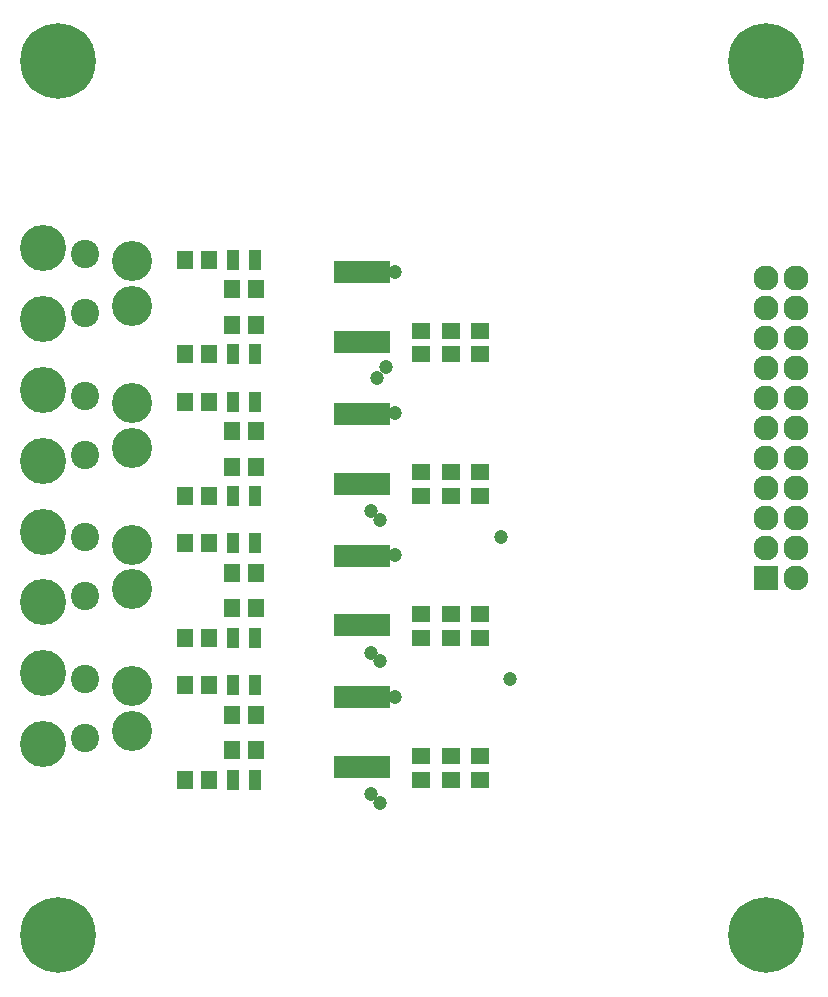
<source format=gbr>
G04 #@! TF.FileFunction,Soldermask,Top*
%FSLAX46Y46*%
G04 Gerber Fmt 4.6, Leading zero omitted, Abs format (unit mm)*
G04 Created by KiCad (PCBNEW 4.0.1-stable) date 12.01.2016 22:18:14*
%MOMM*%
G01*
G04 APERTURE LIST*
%ADD10C,0.100000*%
%ADD11R,2.127200X2.127200*%
%ADD12O,2.127200X2.127200*%
%ADD13R,0.850000X1.850000*%
%ADD14C,6.400000*%
%ADD15R,1.650000X1.400000*%
%ADD16R,1.400000X1.650000*%
%ADD17C,3.400000*%
%ADD18C,2.400000*%
%ADD19C,3.900000*%
%ADD20R,1.100000X1.700000*%
%ADD21C,1.200000*%
G04 APERTURE END LIST*
D10*
D11*
X65200000Y-48950000D03*
D12*
X67740000Y-48950000D03*
X65200000Y-46410000D03*
X67740000Y-46410000D03*
X65200000Y-43870000D03*
X67740000Y-43870000D03*
X65200000Y-41330000D03*
X67740000Y-41330000D03*
X65200000Y-38790000D03*
X67740000Y-38790000D03*
X65200000Y-36250000D03*
X67740000Y-36250000D03*
X65200000Y-33710000D03*
X67740000Y-33710000D03*
X65200000Y-31170000D03*
X67740000Y-31170000D03*
X65200000Y-28630000D03*
X67740000Y-28630000D03*
X65200000Y-26090000D03*
X67740000Y-26090000D03*
X65200000Y-23550000D03*
X67740000Y-23550000D03*
D13*
X29050000Y-52950000D03*
X29700000Y-52950000D03*
X30350000Y-52950000D03*
X31000000Y-52950000D03*
X31650000Y-52950000D03*
X32300000Y-52950000D03*
X32950000Y-52950000D03*
X32950000Y-47050000D03*
X32300000Y-47050000D03*
X31650000Y-47050000D03*
X31000000Y-47050000D03*
X30350000Y-47050000D03*
X29700000Y-47050000D03*
X29050000Y-47050000D03*
D14*
X5200000Y-79200000D03*
X65200000Y-79200000D03*
X65200000Y-5200000D03*
X5200000Y-5200000D03*
D15*
X36000000Y-28000000D03*
X36000000Y-30000000D03*
X36000000Y-40000000D03*
X36000000Y-42000000D03*
X36000000Y-64000000D03*
X36000000Y-66000000D03*
X36000000Y-52000000D03*
X36000000Y-54000000D03*
X41000000Y-28000000D03*
X41000000Y-30000000D03*
X38500000Y-28000000D03*
X38500000Y-30000000D03*
X41000000Y-40000000D03*
X41000000Y-42000000D03*
X38500000Y-40000000D03*
X38500000Y-42000000D03*
X41000000Y-52000000D03*
X41000000Y-54000000D03*
X38500000Y-52000000D03*
X38500000Y-54000000D03*
X41000000Y-64000000D03*
X41000000Y-66000000D03*
X38500000Y-64000000D03*
X38500000Y-66000000D03*
D16*
X20000000Y-24500000D03*
X22000000Y-24500000D03*
X20000000Y-36500000D03*
X22000000Y-36500000D03*
X20000000Y-48500000D03*
X22000000Y-48500000D03*
X20000000Y-60500000D03*
X22000000Y-60500000D03*
X20000000Y-27500000D03*
X22000000Y-27500000D03*
X20000000Y-39500000D03*
X22000000Y-39500000D03*
X20000000Y-51500000D03*
X22000000Y-51500000D03*
X20000000Y-63500000D03*
X22000000Y-63500000D03*
X16000000Y-22000000D03*
X18000000Y-22000000D03*
X16000000Y-34000000D03*
X18000000Y-34000000D03*
X16000000Y-46000000D03*
X18000000Y-46000000D03*
X16000000Y-58000000D03*
X18000000Y-58000000D03*
X18000000Y-30000000D03*
X16000000Y-30000000D03*
X18000000Y-42000000D03*
X16000000Y-42000000D03*
X18000000Y-54000000D03*
X16000000Y-54000000D03*
X18000000Y-66000000D03*
X16000000Y-66000000D03*
D13*
X29050000Y-28950000D03*
X29700000Y-28950000D03*
X30350000Y-28950000D03*
X31000000Y-28950000D03*
X31650000Y-28950000D03*
X32300000Y-28950000D03*
X32950000Y-28950000D03*
X32950000Y-23050000D03*
X32300000Y-23050000D03*
X31650000Y-23050000D03*
X31000000Y-23050000D03*
X30350000Y-23050000D03*
X29700000Y-23050000D03*
X29050000Y-23050000D03*
X29050000Y-40950000D03*
X29700000Y-40950000D03*
X30350000Y-40950000D03*
X31000000Y-40950000D03*
X31650000Y-40950000D03*
X32300000Y-40950000D03*
X32950000Y-40950000D03*
X32950000Y-35050000D03*
X32300000Y-35050000D03*
X31650000Y-35050000D03*
X31000000Y-35050000D03*
X30350000Y-35050000D03*
X29700000Y-35050000D03*
X29050000Y-35050000D03*
X29050000Y-64950000D03*
X29700000Y-64950000D03*
X30350000Y-64950000D03*
X31000000Y-64950000D03*
X31650000Y-64950000D03*
X32300000Y-64950000D03*
X32950000Y-64950000D03*
X32950000Y-59050000D03*
X32300000Y-59050000D03*
X31650000Y-59050000D03*
X31000000Y-59050000D03*
X30350000Y-59050000D03*
X29700000Y-59050000D03*
X29050000Y-59050000D03*
D17*
X11500000Y-25900000D03*
X11500000Y-22100000D03*
D18*
X7500000Y-26500000D03*
X7500000Y-21500000D03*
D19*
X4000000Y-27000000D03*
X4000000Y-21000000D03*
D17*
X11500000Y-37900000D03*
X11500000Y-34100000D03*
D18*
X7500000Y-38500000D03*
X7500000Y-33500000D03*
D19*
X4000000Y-39000000D03*
X4000000Y-33000000D03*
D17*
X11500000Y-49900000D03*
X11500000Y-46100000D03*
D18*
X7500000Y-50500000D03*
X7500000Y-45500000D03*
D19*
X4000000Y-51000000D03*
X4000000Y-45000000D03*
D17*
X11500000Y-61900000D03*
X11500000Y-58100000D03*
D18*
X7500000Y-62500000D03*
X7500000Y-57500000D03*
D19*
X4000000Y-63000000D03*
X4000000Y-57000000D03*
D20*
X21950000Y-22000000D03*
X20050000Y-22000000D03*
X20050000Y-30000000D03*
X21950000Y-30000000D03*
X21950000Y-34000000D03*
X20050000Y-34000000D03*
X20050000Y-42000000D03*
X21950000Y-42000000D03*
X21950000Y-46000000D03*
X20050000Y-46000000D03*
X20050000Y-54000000D03*
X21950000Y-54000000D03*
X21950000Y-58000000D03*
X20050000Y-58000000D03*
X20050000Y-66000000D03*
X21950000Y-66000000D03*
D21*
X36000000Y-64000000D03*
X36000000Y-52000000D03*
X36000000Y-40000000D03*
X36000000Y-28000000D03*
X38500000Y-28000000D03*
X38500000Y-40000000D03*
X38500000Y-52000000D03*
X38500000Y-64000000D03*
X32250000Y-32000000D03*
X31750000Y-67250000D03*
X31750000Y-55250000D03*
X31750000Y-43250000D03*
X32975010Y-31051873D03*
X32500000Y-68000000D03*
X32500000Y-56000000D03*
X32500000Y-44000000D03*
X33750000Y-59000000D03*
X33750000Y-47000000D03*
X33750000Y-35000000D03*
X33750000Y-23000000D03*
X43500000Y-57500000D03*
X42750000Y-45500000D03*
M02*

</source>
